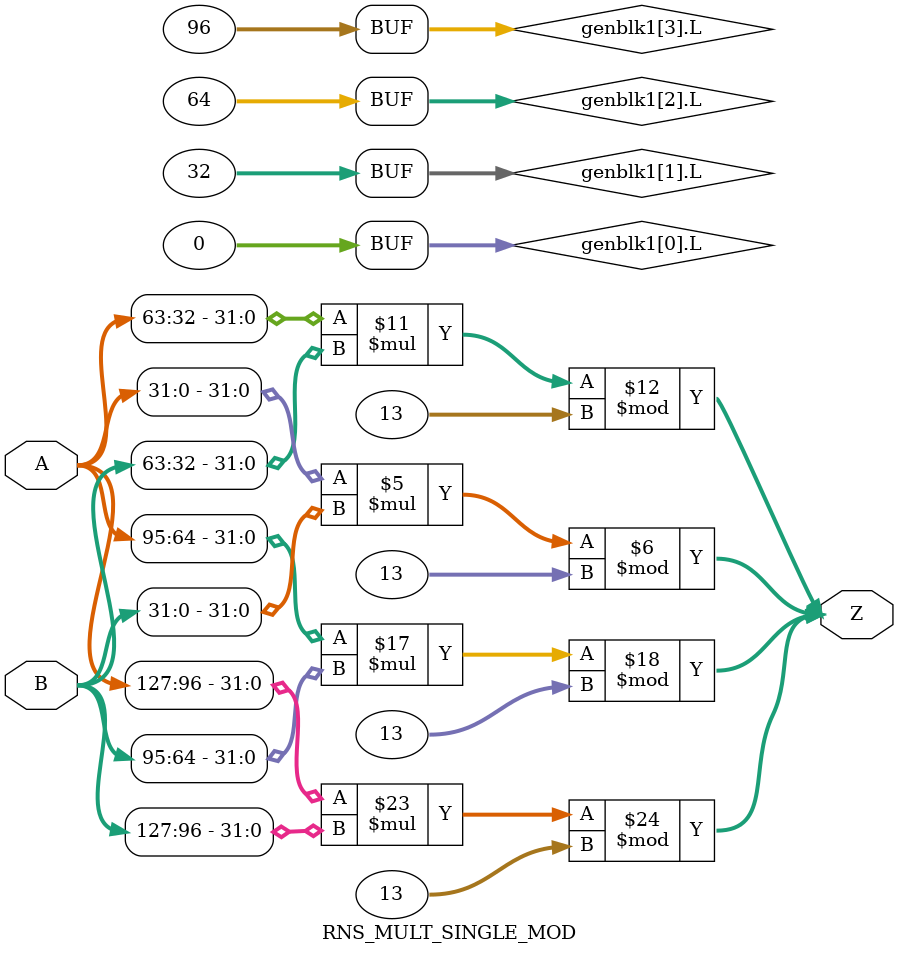
<source format=v>
`timescale 1ns / 1ps


module RNS_MULT_SINGLE_MOD
#(
    parameter integer CH_BW        = 32,                           //RNS channel bitwidth
    parameter integer N_CHANNELS   = 4,                            //Number of RNS channels
    parameter RNS_BW = CH_BW * N_CHANNELS,                 //total RNS buswidth
    parameter MOD = 32'd13                                 //To reduce each channel by
    )
    (
    input  wire  [RNS_BW-1:0] A,
    input  wire  [RNS_BW-1:0] B,
    output wire  [RNS_BW-1:0] Z
    );
    //assign Z = (A*B) % MOD;

    genvar index;
    generate
        for (index = 0; index < N_CHANNELS; index = index + 1) begin
            integer L = CH_BW*index;
            assign Z  = (A[L+:CH_BW] * B[L+:CH_BW]) % MOD;
        end
    endgenerate
   
endmodule


</source>
